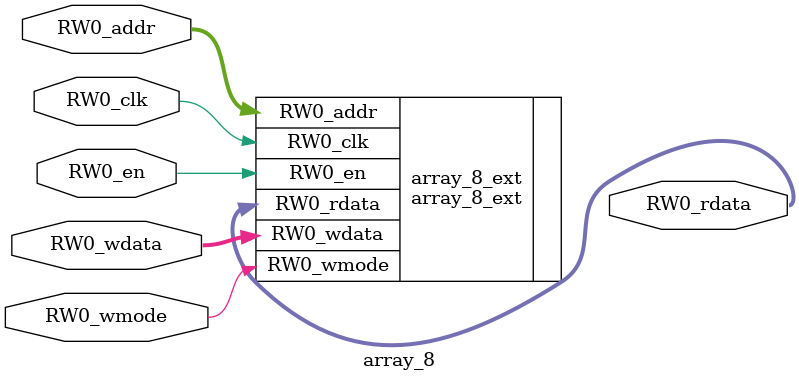
<source format=sv>
`ifndef RANDOMIZE
  `ifdef RANDOMIZE_MEM_INIT
    `define RANDOMIZE
  `endif // RANDOMIZE_MEM_INIT
`endif // not def RANDOMIZE
`ifndef RANDOMIZE
  `ifdef RANDOMIZE_REG_INIT
    `define RANDOMIZE
  `endif // RANDOMIZE_REG_INIT
`endif // not def RANDOMIZE

`ifndef RANDOM
  `define RANDOM $random
`endif // not def RANDOM

// Users can define INIT_RANDOM as general code that gets injected into the
// initializer block for modules with registers.
`ifndef INIT_RANDOM
  `define INIT_RANDOM
`endif // not def INIT_RANDOM

// If using random initialization, you can also define RANDOMIZE_DELAY to
// customize the delay used, otherwise 0.002 is used.
`ifndef RANDOMIZE_DELAY
  `define RANDOMIZE_DELAY 0.002
`endif // not def RANDOMIZE_DELAY

// Define INIT_RANDOM_PROLOG_ for use in our modules below.
`ifndef INIT_RANDOM_PROLOG_
  `ifdef RANDOMIZE
    `ifdef VERILATOR
      `define INIT_RANDOM_PROLOG_ `INIT_RANDOM
    `else  // VERILATOR
      `define INIT_RANDOM_PROLOG_ `INIT_RANDOM #`RANDOMIZE_DELAY begin end
    `endif // VERILATOR
  `else  // RANDOMIZE
    `define INIT_RANDOM_PROLOG_
  `endif // RANDOMIZE
`endif // not def INIT_RANDOM_PROLOG_

// Include register initializers in init blocks unless synthesis is set
`ifndef SYNTHESIS
  `ifndef ENABLE_INITIAL_REG_
    `define ENABLE_INITIAL_REG_
  `endif // not def ENABLE_INITIAL_REG_
`endif // not def SYNTHESIS

// Include rmemory initializers in init blocks unless synthesis is set
`ifndef SYNTHESIS
  `ifndef ENABLE_INITIAL_MEM_
    `define ENABLE_INITIAL_MEM_
  `endif // not def ENABLE_INITIAL_MEM_
`endif // not def SYNTHESIS

module array_8(
  input  [7:0]  RW0_addr,
  input         RW0_en,
  input         RW0_clk,
  input         RW0_wmode,
  input  [71:0] RW0_wdata,
  output [71:0] RW0_rdata
);

  array_8_ext array_8_ext (
    .RW0_addr  (RW0_addr),
    .RW0_en    (RW0_en),
    .RW0_clk   (RW0_clk),
    .RW0_wmode (RW0_wmode),
    .RW0_wdata (RW0_wdata),
    .RW0_rdata (RW0_rdata)
  );
endmodule


</source>
